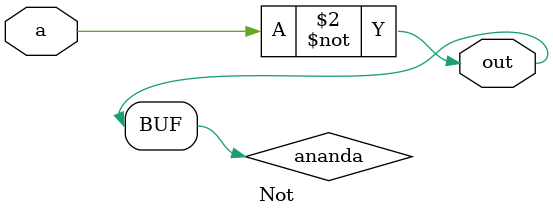
<source format=v>
module Not (
    input wire a,
    output wire out

);

wire ananda;

assign ananda = ~(a & a);
assign out  = ananda;
    
endmodule
</source>
